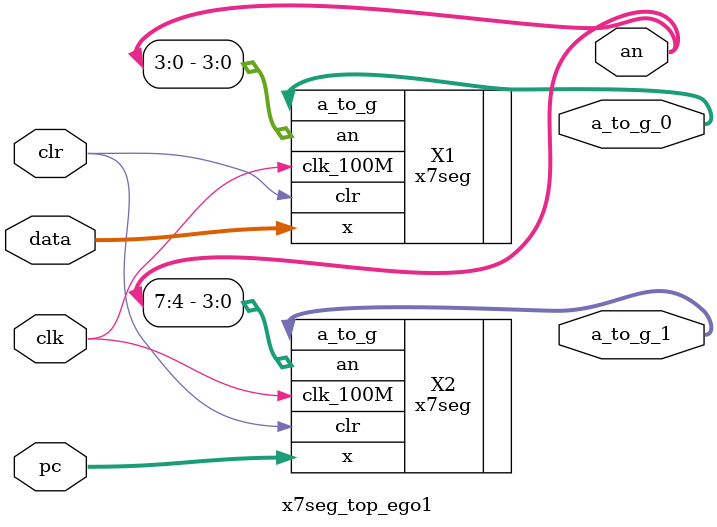
<source format=v>
`timescale 1ns / 1ps

module x7seg_top_ego1(
  input wire clk, clr,
  input wire [15:0] pc, data,

  output [6:0] a_to_g_0, a_to_g_1,
  output [7:0] an
);

  x7seg X1(
    .x(data),
    .clk_100M(clk),
    .clr(clr),
    .a_to_g(a_to_g_0),
    .an(an[3:0])
    );

  x7seg X2(
    .x(pc),
    .clk_100M(clk),
    .clr(clr),
    .a_to_g(a_to_g_1),
    .an(an[7:4])
    );
    
endmodule

</source>
